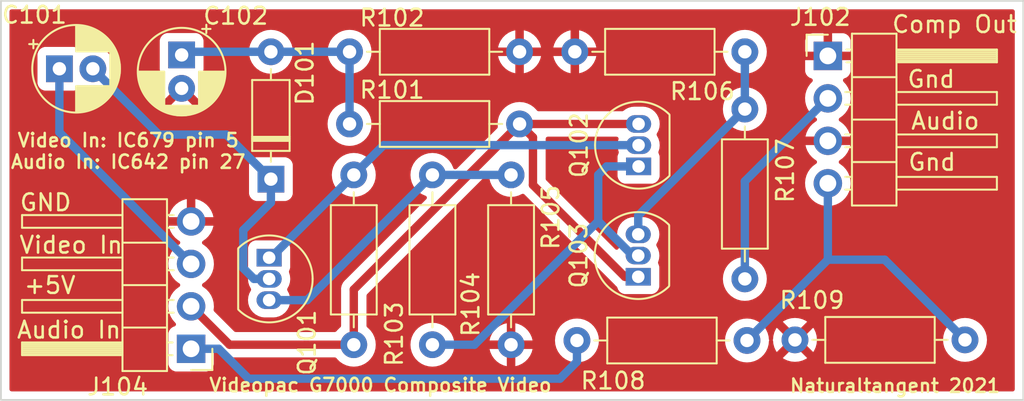
<source format=kicad_pcb>
(kicad_pcb (version 20211014) (generator pcbnew)
  (layers (0 "F.Cu" signal) (31 "B.Cu" mixed) (34 "B.Paste" user) (35 "F.Paste" user) (36 "B.SilkS" user "B.Silkscreen") (37 "F.SilkS" user "F.Silkscreen") (38 "B.Mask" user) (39 "F.Mask" user) (44 "Edge.Cuts" user))
  (net 0 "")
  (net 1 "Net-(C102-Pad1)")
  (net 2 "Net-(Q103-Pad3)")
  (net 3 "Net-(Q102-Pad1)")
  (net 4 "Net-(Q101-Pad3)")
  (net 5 "AUDIO OUTPUT")
  (net 6 "AUDIO INPUT")
  (net 7 "COMPOSITE OUTPUT")
  (net 8 "Net-(C101-Pad2)")
  (net 9 "VIDEO INPUT")
  (net 10 "GND")
  (net 11 "+5V")
  (net 12 "Net-(Q101-Pad1)")
  (footprint "Capacitor_THT:CP_Radial_D5.0mm_P2.00mm" (layer "F.Cu") (at 33.334888 64.389)
    (fp_text reference "C101" (at -1.494888 -3.219 180) (layer "F.SilkS"))
    (fp_text value "1u")
    (fp_line (start -1.804775 -1.475) (end -1.304775 -1.475) (layer "F.SilkS") (width 0.12))
    (fp_line (start 2.961 -1.699) (end 2.961 -1.04) (layer "F.SilkS") (width 0.12))
    (fp_line (start 2.321 1.04) (end 2.321 2.224) (layer "F.SilkS") (width 0.12))
    (fp_line (start 1.52 1.04) (end 1.52 2.528) (layer "F.SilkS") (width 0.12))
    (fp_line (start 2.281 -2.247) (end 2.281 -1.04) (layer "F.SilkS") (width 0.12))
    (fp_line (start 2.841 1.04) (end 2.841 1.826) (layer "F.SilkS") (width 0.12))
    (fp_line (start 1.08 -2.579) (end 1.08 -1.04) (layer "F.SilkS") (width 0.12))
    (fp_line (start 3.521 -0.677) (end 3.521 0.677) (layer "F.SilkS") (width 0.12))
    (fp_line (start 1.28 -2.565) (end 1.28 -1.04) (layer "F.SilkS") (width 0.12))
    (fp_line (start 3.561 -0.518) (end 3.561 0.518) (layer "F.SilkS") (width 0.12))
    (fp_line (start 1.721 -2.48) (end 1.721 -1.04) (layer "F.SilkS") (width 0.12))
    (fp_line (start 1.2 -2.573) (end 1.2 -1.04) (layer "F.SilkS") (width 0.12))
    (fp_line (start 1.801 1.04) (end 1.801 2.455) (layer "F.SilkS") (width 0.12))
    (fp_line (start 2.041 1.04) (end 2.041 2.365) (layer "F.SilkS") (width 0.12))
    (fp_line (start 2.081 1.04) (end 2.081 2.348) (layer "F.SilkS") (width 0.12))
    (fp_line (start 3.041 -1.605) (end 3.041 1.605) (layer "F.SilkS") (width 0.12))
    (fp_line (start 1.68 -2.491) (end 1.68 -1.04) (layer "F.SilkS") (width 0.12))
    (fp_line (start 3.121 -1.5) (end 3.121 1.5) (layer "F.SilkS") (width 0.12))
    (fp_line (start 1.841 -2.442) (end 1.841 -1.04) (layer "F.SilkS") (width 0.12))
    (fp_line (start 1.52 -2.528) (end 1.52 -1.04) (layer "F.SilkS") (width 0.12))
    (fp_line (start 2.441 -2.149) (end 2.441 -1.04) (layer "F.SilkS") (width 0.12))
    (fp_line (start 1.921 -2.414) (end 1.921 -1.04) (layer "F.SilkS") (width 0.12))
    (fp_line (start 2.561 1.04) (end 2.561 2.065) (layer "F.SilkS") (width 0.12))
    (fp_line (start 2.801 1.04) (end 2.801 1.864) (layer "F.SilkS") (width 0.12))
    (fp_line (start 1.24 -2.569) (end 1.24 -1.04) (layer "F.SilkS") (width 0.12))
    (fp_line (start 2.161 -2.31) (end 2.161 -1.04) (layer "F.SilkS") (width 0.12))
    (fp_line (start 2.601 -2.035) (end 2.601 -1.04) (layer "F.SilkS") (width 0.12))
    (fp_line (start 1.961 -2.398) (end 1.961 -1.04) (layer "F.SilkS") (width 0.12))
    (fp_line (start 1.28 1.04) (end 1.28 2.565) (layer "F.SilkS") (width 0.12))
    (fp_line (start 1.32 1.04) (end 1.32 2.561) (layer "F.SilkS") (width 0.12))
    (fp_line (start 2.201 1.04) (end 2.201 2.29) (layer "F.SilkS") (width 0.12))
    (fp_line (start 1.04 1.04) (end 1.04 2.58) (layer "F.SilkS") (width 0.12))
    (fp_line (start 1.36 -2.556) (end 1.36 -1.04) (layer "F.SilkS") (width 0.12))
    (fp_line (start 1.921 1.04) (end 1.921 2.414) (layer "F.SilkS") (width 0.12))
    (fp_line (start 1.16 1.04) (end 1.16 2.576) (layer "F.SilkS") (width 0.12))
    (fp_line (start 1.32 -2.561) (end 1.32 -1.04) (layer "F.SilkS") (width 0.12))
    (fp_line (start 1.24 1.04) (end 1.24 2.569) (layer "F.SilkS") (width 0.12))
    (fp_line (start 2.761 -1.901) (end 2.761 -1.04) (layer "F.SilkS") (width 0.12))
    (fp_line (start 3.201 -1.383) (end 3.201 1.383) (layer "F.SilkS") (width 0.12))
    (fp_line (start 2.641 -2.004) (end 2.641 -1.04) (layer "F.SilkS") (width 0.12))
    (fp_line (start 2.481 1.04) (end 2.481 2.122) (layer "F.SilkS") (width 0.12))
    (fp_line (start 2.361 1.04) (end 2.361 2.2) (layer "F.SilkS") (width 0.12))
    (fp_line (start 1.761 1.04) (end 1.761 2.468) (layer "F.SilkS") (width 0.12))
    (fp_line (start 3.281 -1.251) (end 3.281 1.251) (layer "F.SilkS") (width 0.12))
    (fp_line (start 1.4 1.04) (end 1.4 2.55) (layer "F.SilkS") (width 0.12))
    (fp_line (start 1.56 1.04) (end 1.56 2.52) (layer "F.SilkS") (width 0.12))
    (fp_line (start 1 1.04) (end 1 2.58) (layer "F.SilkS") (width 0.12))
    (fp_line (start 1.48 1.04) (end 1.48 2.536) (layer "F.SilkS") (width 0.12))
    (fp_line (start 2.121 -2.329) (end 2.121 -1.04) (layer "F.SilkS") (width 0.12))
    (fp_line (start 2.001 -2.382) (end 2.001 -1.04) (layer "F.SilkS") (width 0.12))
    (fp_line (start 2.041 -2.365) (end 2.041 -1.04) (layer "F.SilkS") (width 0.12))
    (fp_line (start 1.881 1.04) (end 1.881 2.428) (layer "F.SilkS") (width 0.12))
    (fp_line (start 2.801 -1.864) (end 2.801 -1.04) (layer "F.SilkS") (width 0.12))
    (fp_line (start 3.241 -1.319) (end 3.241 1.319) (layer "F.SilkS") (width 0.12))
    (fp_line (start 2.521 1.04) (end 2.521 2.095) (layer "F.SilkS") (width 0.12))
    (fp_line (start 3.441 -0.915) (end 3.441 0.915) (layer "F.SilkS") (width 0.12))
    (fp_line (start 2.641 1.04) (end 2.641 2.004) (layer "F.SilkS") (width 0.12))
    (fp_line (start 1.881 -2.428) (end 1.881 -1.04) (layer "F.SilkS") (width 0.12))
    (fp_line (start 1.961 1.04) (end 1.961 2.398) (layer "F.SilkS") (width 0.12))
    (fp_line (start 3.481 -0.805) (end 3.481 0.805) (layer "F.SilkS") (width 0.12))
    (fp_line (start 2.881 -1.785) (end 2.881 -1.04) (layer "F.SilkS") (width 0.12))
    (fp_line (start 2.401 1.04) (end 2.401 2.175) (layer "F.SilkS") (width 0.12))
    (fp_line (start 3.361 -1.098) (end 3.361 1.098) (layer "F.SilkS") (width 0.12))
    (fp_line (start 2.721 -1.937) (end 2.721 -1.04) (layer "F.SilkS") (width 0.12))
    (fp_line (start 2.921 -1.743) (end 2.921 -1.04) (layer "F.SilkS") (width 0.12))
    (fp_line (start -1.554775 -1.725) (end -1.554775 -1.225) (layer "F.SilkS") (width 0.12))
    (fp_line (start 3.001 -1.653) (end 3.001 -1.04) (layer "F.SilkS") (width 0.12))
    (fp_line (start 2.881 1.04) (end 2.881 1.785) (layer "F.SilkS") (width 0.12))
    (fp_line (start 1.68 1.04) (end 1.68 2.491) (layer "F.SilkS") (width 0.12))
    (fp_line (start 1.48 -2.536) (end 1.48 -1.04) (layer "F.SilkS") (width 0.12))
    (fp_line (start 1.4 -2.55) (end 1.4 -1.04) (layer "F.SilkS") (width 0.12))
    (fp_line (start 2.481 -2.122) (end 2.481 -1.04) (layer "F.SilkS") (width 0.12))
    (fp_line (start 2.441 1.04) (end 2.441 2.149) (layer "F.SilkS") (width 0.12))
    (fp_line (start 2.561 -2.065) (end 2.561 -1.04) (layer "F.SilkS") (width 0.12))
    (fp_line (start 1 -2.58) (end 1 -1.04) (layer "F.SilkS") (width 0.12))
    (fp_line (start 2.241 -2.268) (end 2.241 -1.04) (layer "F.SilkS") (width 0.12))
    (fp_line (start 1.2 1.04) (end 1.2 2.573) (layer "F.SilkS") (width 0.12))
    (fp_line (start 1.56 -2.52) (end 1.56 -1.04) (layer "F.SilkS") (width 0.12))
    (fp_line (start 3.401 -1.011) (end 3.401 1.011) (layer "F.SilkS") (width 0.12))
    (fp_line (start 1.64 -2.501) (end 1.64 -1.04) (layer "F.SilkS") (width 0.12))
    (fp_line (start 2.281 1.04) (end 2.281 2.247) (layer "F.SilkS") (width 0.12))
    (fp_line (start 2.121 1.04) (end 2.121 2.329) (layer "F.SilkS") (width 0.12))
    (fp_line (start 1.36 1.04) (end 1.36 2.556) (layer "F.SilkS") (width 0.12))
    (fp_line (start 2.601 1.04) (end 2.601 2.035) (layer "F.SilkS") (width 0.12))
    (fp_line (start 1.801 -2.455) (end 1.801 -1.04) (layer "F.SilkS") (width 0.12))
    (fp_line (start 1.6 1.04) (end 1.6 2.511) (layer "F.SilkS") (width 0.12))
    (fp_line (start 2.361 -2.2) (end 2.361 -1.04) (layer "F.SilkS") (width 0.12))
    (fp_line (start 2.681 1.04) (end 2.681 1.971) (layer "F.SilkS") (width 0.12))
    (fp_line (start 2.401 -2.175) (end 2.401 -1.04) (layer "F.SilkS") (width 0.12))
    (fp_line (start 1.12 -2.578) (end 1.12 -1.04) (layer "F.SilkS") (width 0.12))
    (fp_line (start 2.681 -1.971) (end 2.681 -1.04) (layer "F.SilkS") (width 0.12))
    (fp_line (start 2.761 1.04) (end 2.761 1.901) (layer "F.SilkS") (width 0.12))
    (fp_line (start 1.44 1.04) (end 1.44 2.543) (layer "F.SilkS") (width 0.12))
    (fp_line (start 1.761 -2.468) (end 1.761 -1.04) (layer "F.SilkS") (width 0.12))
    (fp_line (start 2.321 -2.224) (end 2.321 -1.04) (layer "F.SilkS") (width 0.12))
    (fp_line (start 3.601 -0.284) (end 3.601 0.284) (layer "F.SilkS") (width 0.12))
    (fp_line (start 1.08 1.04) (end 1.08 2.579) (layer "F.SilkS") (width 0.12))
    (fp_line (start 1.841 1.04) (end 1.841 2.442) (layer "F.SilkS") (width 0.12))
    (fp_line (start 1.44 -2.543) (end 1.44 -1.04) (layer "F.SilkS") (width 0.12))
    (fp_line (start 2.521 -2.095) (end 2.521 -1.04) (layer "F.SilkS") (width 0.12))
    (fp_line (start 1.64 1.04) (end 1.64 2.501) (layer "F.SilkS") (width 0.12))
    (fp_line (start 2.841 -1.826) (end 2.841 -1.04) (layer "F.SilkS") (width 0.12))
    (fp_line (start 2.201 -2.29) (end 2.201 -1.04) (layer "F.SilkS") (width 0.12))
    (fp_line (start 3.321 -1.178) (end 3.321 1.178) (layer "F.SilkS") (width 0.12))
    (fp_line (start 1.12 1.04) (end 1.12 2.578) (layer "F.SilkS") (width 0.12))
    (fp_line (start 3.081 -1.554) (end 3.081 1.554) (layer "F.SilkS") (width 0.12))
    (fp_line (start 2.161 1.04) (end 2.161 2.31) (layer "F.SilkS") (width 0.12))
    (fp_line (start 1.16 -2.576) (end 1.16 -1.04) (layer "F.SilkS") (width 0.12))
    (fp_line (start 1.04 -2.58) (end 1.04 -1.04) (layer "F.SilkS") (width 0.12))
    (fp_line (start 2.961 1.04) (end 2.961 1.699) (layer "F.SilkS") (width 0.12))
    (fp_line (start 2.921 1.04) (end 2.921 1.743) (layer "F.SilkS") (width 0.12))
    (fp_line (start 3.001 1.04) (end 3.001 1.653) (layer "F.SilkS") (width 0.12))
    (fp_line (start 2.241 1.04) (end 2.241 2.268) (layer "F.SilkS") (width 0.12))
    (fp_line (start 2.001 1.04) (end 2.001 2.382) (layer "F.SilkS") (width 0.12))
    (fp_line (start 3.161 -1.443) (end 3.161 1.443) (layer "F.SilkS") (width 0.12))
    (fp_line (start 1.6 -2.511) (end 1.6 -1.04) (layer "F.SilkS") (width 0.12))
    (fp_line (start 2.721 1.04) (end 2.721 1.937) (layer "F.SilkS") (width 0.12))
    (fp_line (start 1.721 1.04) (end 1.721 2.48) (layer "F.SilkS") (width 0.12))
    (fp_line (start 2.081 -2.348) (end 2.081 -1.04) (layer "F.SilkS") (width 0.12))
    (fp_circle (center 1 0) (end 3.62 0) (layer "F.SilkS") (width 0.12) (fill none))
    (pad "1" thru_hole rect locked (at 0 0) (size 1.6 1.6) (drill 0.8) (layers *.Cu *.Mask) (net 9 "VIDEO INPUT"))
    (pad "2" thru_hole circle locked (at 2 0) (size 1.6 1.6) (drill 0.8) (layers *.Cu *.Mask) (net 8 "Net-(C101-Pad2)"))
  )
  (footprint "Resistor_THT:R_Axial_DIN0207_L6.3mm_D2.5mm_P10.16mm_Horizontal" (layer "F.Cu") (at 64.262 80.645)
    (fp_text reference "R108" (at 2.159 2.413) (layer "F.SilkS"))
    (fp_text value "3k3")
    (fp_line (start 8.35 -1.37) (end 1.81 -1.37) (layer "F.SilkS") (width 0.12))
    (fp_line (start 1.04 0) (end 1.81 0) (layer "F.SilkS") (width 0.12))
    (fp_line (start 1.81 -1.37) (end 1.81 1.37) (layer "F.SilkS") (width 0.12))
    (fp_line (start 8.35 1.37) (end 8.35 -1.37) (layer "F.SilkS") (width 0.12))
    (fp_line (start 9.12 0) (end 8.35 0) (layer "F.SilkS") (width 0.12))
    (fp_line (start 1.81 1.37) (end 8.35 1.37) (layer "F.SilkS") (width 0.12))
    (pad "1" thru_hole circle locked (at 0 0) (size 1.6 1.6) (drill 0.8) (layers *.Cu *.Mask) (net 6 "AUDIO INPUT"))
    (pad "2" thru_hole oval locked (at 10.16 0) (size 1.6 1.6) (drill 0.8) (layers *.Cu *.Mask) (net 5 "AUDIO OUTPUT"))
  )
  (footprint "Package_TO_SOT_THT:TO-92_Inline" (layer "F.Cu") (at 67.945 70.231 90)
    (fp_text reference "Q102" (at 1.27 -3.56 90) (layer "F.SilkS"))
    (fp_text value "BC558")
    (fp_line (start -0.53 1.85) (end 3.07 1.85) (layer "F.SilkS") (width 0.12))
    (fp_arc (start 1.27 -2.6) (mid 3.672087 -0.994977) (end 3.108478 1.838478) (layer "F.SilkS") (width 0.12))
    (fp_arc (start -0.568478 1.838478) (mid -1.132087 -0.994977) (end 1.27 -2.6) (layer "F.SilkS") (width 0.12))
    (pad "1" thru_hole rect locked (at 0 0 90) (size 1.05 1.5) (drill 0.75) (layers *.Cu *.Mask) (net 3 "Net-(Q102-Pad1)"))
    (pad "2" thru_hole oval locked (at 1.27 0 90) (size 1.05 1.5) (drill 0.75) (layers *.Cu *.Mask) (net 12 "Net-(Q101-Pad1)"))
    (pad "3" thru_hole oval locked (at 2.54 0 90) (size 1.05 1.5) (drill 0.75) (layers *.Cu *.Mask) (net 11 "+5V"))
  )
  (footprint "Resistor_THT:R_Axial_DIN0207_L6.3mm_D2.5mm_P10.16mm_Horizontal" (layer "F.Cu") (at 60.325 70.739 -90)
    (fp_text reference "R105" (at 2.54 -2.37 90) (layer "F.SilkS"))
    (fp_text value "220")
    (fp_line (start 1.81 1.37) (end 8.35 1.37) (layer "F.SilkS") (width 0.12))
    (fp_line (start 8.35 1.37) (end 8.35 -1.37) (layer "F.SilkS") (width 0.12))
    (fp_line (start 9.12 0) (end 8.35 0) (layer "F.SilkS") (width 0.12))
    (fp_line (start 1.81 -1.37) (end 1.81 1.37) (layer "F.SilkS") (width 0.12))
    (fp_line (start 1.04 0) (end 1.81 0) (layer "F.SilkS") (width 0.12))
    (fp_line (start 8.35 -1.37) (end 1.81 -1.37) (layer "F.SilkS") (width 0.12))
    (pad "1" thru_hole circle locked (at 0 0 270) (size 1.6 1.6) (drill 0.8) (layers *.Cu *.Mask) (net 4 "Net-(Q101-Pad3)"))
    (pad "2" thru_hole oval locked (at 10.16 0 270) (size 1.6 1.6) (drill 0.8) (layers *.Cu *.Mask) (net 10 "GND"))
  )
  (footprint "Resistor_THT:R_Axial_DIN0207_L6.3mm_D2.5mm_P10.16mm_Horizontal" (layer "F.Cu") (at 74.295 66.802 -90)
    (fp_text reference "R107" (at 3.683 -2.413 90) (layer "F.SilkS"))
    (fp_text value "75")
    (fp_line (start 1.81 -1.37) (end 1.81 1.37) (layer "F.SilkS") (width 0.12))
    (fp_line (start 1.81 1.37) (end 8.35 1.37) (layer "F.SilkS") (width 0.12))
    (fp_line (start 8.35 1.37) (end 8.35 -1.37) (layer "F.SilkS") (width 0.12))
    (fp_line (start 9.12 0) (end 8.35 0) (layer "F.SilkS") (width 0.12))
    (fp_line (start 1.04 0) (end 1.81 0) (layer "F.SilkS") (width 0.12))
    (fp_line (start 8.35 -1.37) (end 1.81 -1.37) (layer "F.SilkS") (width 0.12))
    (pad "1" thru_hole circle locked (at 0 0 270) (size 1.6 1.6) (drill 0.8) (layers *.Cu *.Mask) (net 2 "Net-(Q103-Pad3)"))
    (pad "2" thru_hole oval locked (at 10.16 0 270) (size 1.6 1.6) (drill 0.8) (layers *.Cu *.Mask) (net 7 "COMPOSITE OUTPUT"))
  )
  (footprint "Package_TO_SOT_THT:TO-92_Inline" (layer "F.Cu") (at 45.868 75.692 -90)
    (fp_text reference "Q101" (at 5.08 -2.265 90) (layer "F.SilkS"))
    (fp_text value "BC548")
    (fp_line (start -0.53 1.85) (end 3.07 1.85) (layer "F.SilkS") (width 0.12))
    (fp_arc (start 1.27 -2.6) (mid 3.672087 -0.994977) (end 3.108478 1.838478) (layer "F.SilkS") (width 0.12))
    (fp_arc (start -0.568478 1.838478) (mid -1.132087 -0.994977) (end 1.27 -2.6) (layer "F.SilkS") (width 0.12))
    (pad "1" thru_hole rect locked (at 0 0 270) (size 1.05 1.5) (drill 0.75) (layers *.Cu *.Mask) (net 12 "Net-(Q101-Pad1)"))
    (pad "2" thru_hole oval locked (at 1.27 0 270) (size 1.05 1.5) (drill 0.75) (layers *.Cu *.Mask) (net 8 "Net-(C101-Pad2)"))
    (pad "3" thru_hole oval locked (at 2.54 0 270) (size 1.05 1.5) (drill 0.75) (layers *.Cu *.Mask) (net 4 "Net-(Q101-Pad3)"))
  )
  (footprint "Resistor_THT:R_Axial_DIN0207_L6.3mm_D2.5mm_P10.16mm_Horizontal" (layer "F.Cu") (at 50.927 80.899 90)
    (fp_text reference "R103" (at 0.635 2.413 90) (layer "F.SilkS"))
    (fp_text value "270")
    (fp_line (start 1.81 1.37) (end 8.35 1.37) (layer "F.SilkS") (width 0.12))
    (fp_line (start 1.81 -1.37) (end 1.81 1.37) (layer "F.SilkS") (width 0.12))
    (fp_line (start 8.35 -1.37) (end 1.81 -1.37) (layer "F.SilkS") (width 0.12))
    (fp_line (start 1.04 0) (end 1.81 0) (layer "F.SilkS") (width 0.12))
    (fp_line (start 8.35 1.37) (end 8.35 -1.37) (layer "F.SilkS") (width 0.12))
    (fp_line (start 9.12 0) (end 8.35 0) (layer "F.SilkS") (width 0.12))
    (pad "1" thru_hole circle locked (at 0 0 90) (size 1.6 1.6) (drill 0.8) (layers *.Cu *.Mask) (net 11 "+5V"))
    (pad "2" thru_hole oval locked (at 10.16 0 90) (size 1.6 1.6) (drill 0.8) (layers *.Cu *.Mask) (net 12 "Net-(Q101-Pad1)"))
  )
  (footprint "Capacitor_THT:CP_Radial_D5.0mm_P2.00mm" (layer "F.Cu") (at 40.64 63.560888 -90)
    (fp_text reference "C102" (at -2.330888 -3.23 180) (layer "F.SilkS"))
    (fp_text value "10u")
    (fp_line (start 2.681 1.04) (end 2.681 1.971) (layer "F.SilkS") (width 0.12))
    (fp_line (start 3.521 -0.677) (end 3.521 0.677) (layer "F.SilkS") (width 0.12))
    (fp_line (start 3.081 -1.554) (end 3.081 1.554) (layer "F.SilkS") (width 0.12))
    (fp_line (start 2.521 1.04) (end 2.521 2.095) (layer "F.SilkS") (width 0.12))
    (fp_line (start 1.52 1.04) (end 1.52 2.528) (layer "F.SilkS") (width 0.12))
    (fp_line (start 2.401 -2.175) (end 2.401 -1.04) (layer "F.SilkS") (width 0.12))
    (fp_line (start 3.401 -1.011) (end 3.401 1.011) (layer "F.SilkS") (width 0.12))
    (fp_line (start 1.36 -2.556) (end 1.36 -1.04) (layer "F.SilkS") (width 0.12))
    (fp_line (start 1.48 1.04) (end 1.48 2.536) (layer "F.SilkS") (width 0.12))
    (fp_line (start 2.081 -2.348) (end 2.081 -1.04) (layer "F.SilkS") (width 0.12))
    (fp_line (start 1.12 -2.578) (end 1.12 -1.04) (layer "F.SilkS") (width 0.12))
    (fp_line (start 2.481 -2.122) (end 2.481 -1.04) (layer "F.SilkS") (width 0.12))
    (fp_line (start 2.521 -2.095) (end 2.521 -1.04) (layer "F.SilkS") (width 0.12))
    (fp_line (start 1.64 1.04) (end 1.64 2.501) (layer "F.SilkS") (width 0.12))
    (fp_line (start 2.401 1.04) (end 2.401 2.175) (layer "F.SilkS") (width 0.12))
    (fp_line (start 2.001 -2.382) (end 2.001 -1.04) (layer "F.SilkS") (width 0.12))
    (fp_line (start 2.321 1.04) (end 2.321 2.224) (layer "F.SilkS") (width 0.12))
    (fp_line (start 2.641 -2.004) (end 2.641 -1.04) (layer "F.SilkS") (width 0.12))
    (fp_line (start -1.804775 -1.475) (end -1.304775 -1.475) (layer "F.SilkS") (width 0.12))
    (fp_line (start 1.841 1.04) (end 1.841 2.442) (layer "F.SilkS") (width 0.12))
    (fp_line (start 1.48 -2.536) (end 1.48 -1.04) (layer "F.SilkS") (width 0.12))
    (fp_line (start 3.481 -0.805) (end 3.481 0.805) (layer "F.SilkS") (width 0.12))
    (fp_line (start 2.841 1.04) (end 2.841 1.826) (layer "F.SilkS") (width 0.12))
    (fp_line (start 3.441 -0.915) (end 3.441 0.915) (layer "F.SilkS") (width 0.12))
    (fp_line (start 2.041 -2.365) (end 2.041 -1.04) (layer "F.SilkS") (width 0.12))
    (fp_line (start 1.6 1.04) (end 1.6 2.511) (layer "F.SilkS") (width 0.12))
    (fp_line (start 2.481 1.04) (end 2.481 2.122) (layer "F.SilkS") (width 0.12))
    (fp_line (start 2.441 -2.149) (end 2.441 -1.04) (layer "F.SilkS") (width 0.12))
    (fp_line (start 1.08 -2.579) (end 1.08 -1.04) (layer "F.SilkS") (width 0.12))
    (fp_line (start 1.04 1.04) (end 1.04 2.58) (layer "F.SilkS") (width 0.12))
    (fp_line (start 2.961 -1.699) (end 2.961 -1.04) (layer "F.SilkS") (width 0.12))
    (fp_line (start 2.161 1.04) (end 2.161 2.31) (layer "F.SilkS") (width 0.12))
    (fp_line (start 1.721 -2.48) (end 1.721 -1.04) (layer "F.SilkS") (width 0.12))
    (fp_line (start 1.16 -2.576) (end 1.16 -1.04) (layer "F.SilkS") (width 0.12))
    (fp_line (start 2.361 1.04) (end 2.361 2.2) (layer "F.SilkS") (width 0.12))
    (fp_line (start 1.16 1.04) (end 1.16 2.576) (layer "F.SilkS") (width 0.12))
    (fp_line (start 3.041 -1.605) (end 3.041 1.605) (layer "F.SilkS") (width 0.12))
    (fp_line (start 1.56 -2.52) (end 1.56 -1.04) (layer "F.SilkS") (width 0.12))
    (fp_line (start 2.921 1.04) (end 2.921 1.743) (layer "F.SilkS") (width 0.12))
    (fp_line (start 2.561 -2.065) (end 2.561 -1.04) (layer "F.SilkS") (width 0.12))
    (fp_line (start 1.44 1.04) (end 1.44 2.543) (layer "F.SilkS") (width 0.12))
    (fp_line (start 1.68 -2.491) (end 1.68 -1.04) (layer "F.SilkS") (width 0.12))
    (fp_line (start 2.801 1.04) (end 2.801 1.864) (layer "F.SilkS") (width 0.12))
    (fp_line (start 1.24 1.04) (end 1.24 2.569) (layer "F.SilkS") (width 0.12))
    (fp_line (start 3.321 -1.178) (end 3.321 1.178) (layer "F.SilkS") (width 0.12))
    (fp_line (start 1.881 -2.428) (end 1.881 -1.04) (layer "F.SilkS") (width 0.12))
    (fp_line (start 1.841 -2.442) (end 1.841 -1.04) (layer "F.SilkS") (width 0.12))
    (fp_line (start 2.601 1.04) (end 2.601 2.035) (layer "F.SilkS") (width 0.12))
    (fp_line (start 3.361 -1.098) (end 3.361 1.098) (layer "F.SilkS") (width 0.12))
    (fp_line (start 2.201 1.04) (end 2.201 2.29) (layer "F.SilkS") (width 0.12))
    (fp_line (start 2.161 -2.31) (end 2.161 -1.04) (layer "F.SilkS") (width 0.12))
    (fp_line (start 1.36 1.04) (end 1.36 2.556) (layer "F.SilkS") (width 0.12))
    (fp_line (start 2.801 -1.864) (end 2.801 -1.04) (layer "F.SilkS") (width 0.12))
    (fp_line (start 2.321 -2.224) (end 2.321 -1.04) (layer "F.SilkS") (width 0.12))
    (fp_line (start 2.641 1.04) (end 2.641 2.004) (layer "F.SilkS") (width 0.12))
    (fp_line (start 2.721 1.04) (end 2.721 1.937) (layer "F.SilkS") (width 0.12))
    (fp_line (start 1.761 1.04) (end 1.761 2.468) (layer "F.SilkS") (width 0.12))
    (fp_line (start 1.721 1.04) (end 1.721 2.48) (layer "F.SilkS") (width 0.12))
    (fp_line (start 1.32 1.04) (end 1.32 2.561) (layer "F.SilkS") (width 0.12))
    (fp_line (start 1.921 1.04) (end 1.921 2.414) (layer "F.SilkS") (width 0.12))
    (fp_line (start 2.681 -1.971) (end 2.681 -1.04) (layer "F.SilkS") (width 0.12))
    (fp_line (start 1 -2.58) (end 1 -1.04) (layer "F.SilkS") (width 0.12))
    (fp_line (start 2.281 1.04) (end 2.281 2.247) (layer "F.SilkS") (width 0.12))
    (fp_line (start 1.2 -2.573) (end 1.2 -1.04) (layer "F.SilkS") (width 0.12))
    (fp_line (start 1.801 -2.455) (end 1.801 -1.04) (layer "F.SilkS") (width 0.12))
    (fp_line (start 2.241 1.04) (end 2.241 2.268) (layer "F.SilkS") (width 0.12))
    (fp_line (start 2.201 -2.29) (end 2.201 -1.04) (layer "F.SilkS") (width 0.12))
    (fp_line (start 1.68 1.04) (end 1.68 2.491) (layer "F.SilkS") (width 0.12))
    (fp_line (start 1.2 1.04) (end 1.2 2.573) (layer "F.SilkS") (width 0.12))
    (fp_line (start 1.761 -2.468) (end 1.761 -1.04) (layer "F.SilkS") (width 0.12))
    (fp_line (start 3.001 1.04) (end 3.001 1.653) (layer "F.SilkS") (width 0.12))
    (fp_line (start 3.201 -1.383) (end 3.201 1.383) (layer "F.SilkS") (width 0.12))
    (fp_line (start 1.921 -2.414) (end 1.921 -1.04) (layer "F.SilkS") (width 0.12))
    (fp_line (start 3.001 -1.653) (end 3.001 -1.04) (layer "F.SilkS") (width 0.12))
    (fp_line (start 3.241 -1.319) (end 3.241 1.319) (layer "F.SilkS") (width 0.12))
    (fp_line (start 1.24 -2.569) (end 1.24 -1.04) (layer "F.SilkS") (width 0.12))
    (fp_line (start 2.561 1.04) (end 2.561 2.065) (layer "F.SilkS") (width 0.12))
    (fp_line (start -1.554775 -1.725) (end -1.554775 -1.225) (layer "F.SilkS") (width 0.12))
    (fp_line (start 1.08 1.04) (end 1.08 2.579) (layer "F.SilkS") (width 0.12))
    (fp_line (start 2.721 -1.937) (end 2.721 -1.04) (layer "F.SilkS") (width 0.12))
    (fp_line (start 1.44 -2.543) (end 1.44 -1.04) (layer "F.SilkS") (width 0.12))
    (fp_line (start 2.081 1.04) (end 2.081 2.348) (layer "F.SilkS") (width 0.12))
    (fp_line (start 2.241 -2.268) (end 2.241 -1.04) (layer "F.SilkS") (width 0.12))
    (fp_line (start 2.881 -1.785) (end 2.881 -1.04) (layer "F.SilkS") (width 0.12))
    (fp_line (start 2.121 -2.329) (end 2.121 -1.04) (layer "F.SilkS") (width 0.12))
    (fp_line (start 2.041 1.04) (end 2.041 2.365) (layer "F.SilkS") (width 0.12))
    (fp_line (start 1.4 1.04) (end 1.4 2.55) (layer "F.SilkS") (width 0.12))
    (fp_line (start 2.001 1.04) (end 2.001 2.382) (layer "F.SilkS") (width 0.12))
    (fp_line (start 2.601 -2.035) (end 2.601 -1.04) (layer "F.SilkS") (width 0.12))
    (fp_line (start 2.841 -1.826) (end 2.841 -1.04) (layer "F.SilkS") (width 0.12))
    (fp_line (start 2.961 1.04) (end 2.961 1.699) (layer "F.SilkS") (width 0.12))
    (fp_line (start 1.28 1.04) (end 1.28 2.565) (layer "F.SilkS") (width 0.12))
    (fp_line (start 3.601 -0.284) (end 3.601 0.284) (layer "F.SilkS") (width 0.12))
    (fp_line (start 1.881 1.04) (end 1.881 2.428) (layer "F.SilkS") (width 0.12))
    (fp_line (start 2.441 1.04) (end 2.441 2.149) (layer "F.SilkS") (width 0.12))
    (fp_line (start 2.281 -2.247) (end 2.281 -1.04) (layer "F.SilkS") (width 0.12))
    (fp_line (start 1.6 -2.511) (end 1.6 -1.04) (layer "F.SilkS") (width 0.12))
    (fp_line (start 1.56 1.04) (end 1.56 2.52) (layer "F.SilkS") (width 0.12))
    (fp_line (start 3.161 -1.443) (end 3.161 1.443) (layer "F.SilkS") (width 0.12))
    (fp_line (start 2.761 1.04) (end 2.761 1.901) (layer "F.SilkS") (width 0.12))
    (fp_line (start 2.881 1.04) (end 2.881 1.785) (layer "F.SilkS") (width 0.12))
    (fp_line (start 1.28 -2.565) (end 1.28 -1.04) (layer "F.SilkS") (width 0.12))
    (fp_line (start 2.361 -2.2) (end 2.361 -1.04) (layer "F.SilkS") (width 0.12))
    (fp_line (start 1.52 -2.528) (end 1.52 -1.04) (layer "F.SilkS") (width 0.12))
    (fp_line (start 3.121 -1.5) (end 3.121 1.5) (layer "F.SilkS") (width 0.12))
    (fp_line (start 1.32 -2.561) (end 1.32 -1.04) (layer "F.SilkS") (width 0.12))
    (fp_line (start 3.281 -1.251) (end 3.281 1.251) (layer "F.SilkS") (width 0.12))
    (fp_line (start 1.12 1.04) (end 1.12 2.578) (layer "F.SilkS") (width 0.12))
    (fp_line (start 1.04 -2.58) (end 1.04 -1.04) (layer "F.SilkS") (width 0.12))
    (fp_line (start 1.64 -2.501) (end 1.64 -1.04) (layer "F.SilkS") (width 0.12))
    (fp_line (start 3.561 -0.518) (end 3.561 0.518) (layer "F.SilkS") (width 0.12))
    (fp_line (start 1 1.04) (end 1 2.58) (layer "F.SilkS") (width 0.12))
    (fp_line (start 1.961 -2.398) (end 1.961 -1.04) (layer "F.SilkS") (width 0.12))
    (fp_line (start 2.761 -1.901) (end 2.761 -1.04) (layer "F.SilkS") (width 0.12))
    (fp_line (start 2.121 1.04) (end 2.121 2.329) (layer "F.SilkS") (width 0.12))
    (fp_line (start 1.4 -2.55) (end 1.4 -1.04) (layer "F.SilkS") (width 0.12))
    (fp_line (start 1.801 1.04) (end 1.801 2.455) (layer "F.SilkS") (width 0.12))
    (fp_line (start 1.961 1.04) (end 1.961 2.398) (layer "F.SilkS") (width 0.12))
    (fp_line (start 2.921 -1.743) (end 2.921 -1.04) (layer "F.SilkS") (width 0.12))
    (fp_circle (center 1 0) (end 3.62 0) (layer "F.SilkS") (width 0.12) (fill none))
    (pad "1" thru_hole rect locked (at 0 0 270) (size 1.6 1.6) (drill 0.8) (layers *.Cu *.Mask) (net 1 "Net-(C102-Pad1)"))
    (pad "2" thru_hole circle locked (at 2 0 270) (size 1.6 1.6) (drill 0.8) (layers *.Cu *.Mask) (net 10 "GND"))
  )
  (footprint "Resistor_THT:R_Axial_DIN0207_L6.3mm_D2.5mm_P10.16mm_Horizontal" (layer "F.Cu") (at 50.673 63.373)
    (fp_text reference "R102" (at 2.54 -2.032) (layer "F.SilkS"))
    (fp_text value "3k9")
    (fp_line (start 9.12 0) (end 8.35 0) (layer "F.SilkS") (width 0.12))
    (fp_line (start 8.35 1.37) (end 8.35 -1.37) (layer "F.SilkS") (width 0.12))
    (fp_line (start 1.81 -1.37) (end 1.81 1.37) (layer "F.SilkS") (width 0.12))
    (fp_line (start 1.81 1.37) (end 8.35 1.37) (layer "F.SilkS") (width 0.12))
    (fp_line (start 8.35 -1.37) (end 1.81 -1.37) (layer "F.SilkS") (width 0.12))
    (fp_line (start 1.04 0) (end 1.81 0) (layer "F.SilkS") (width 0.12))
    (pad "1" thru_hole circle locked (at 0 0) (size 1.6 1.6) (drill 0.8) (layers *.Cu *.Mask) (net 1 "Net-(C102-Pad1)"))
    (pad "2" thru_hole oval locked (at 10.16 0) (size 1.6 1.6) (drill 0.8) (layers *.Cu *.Mask) (net 10 "GND"))
  )
  (footprint "Resistor_THT:R_Axial_DIN0207_L6.3mm_D2.5mm_P10.16mm_Horizontal" (layer "F.Cu") (at 55.626 80.899 90)
    (fp_text reference "R104" (at 2.413 2.286 90) (layer "F.SilkS"))
    (fp_text value "470")
    (fp_line (start 1.81 -1.37) (end 1.81 1.37) (layer "F.SilkS") (width 0.12))
    (fp_line (start 8.35 -1.37) (end 1.81 -1.37) (layer "F.SilkS") (width 0.12))
    (fp_line (start 1.04 0) (end 1.81 0) (layer "F.SilkS") (width 0.12))
    (fp_line (start 1.81 1.37) (end 8.35 1.37) (layer "F.SilkS") (width 0.12))
    (fp_line (start 9.12 0) (end 8.35 0) (layer "F.SilkS") (width 0.12))
    (fp_line (start 8.35 1.37) (end 8.35 -1.37) (layer "F.SilkS") (width 0.12))
    (pad "1" thru_hole circle locked (at 0 0 90) (size 1.6 1.6) (drill 0.8) (layers *.Cu *.Mask) (net 3 "Net-(Q102-Pad1)"))
    (pad "2" thru_hole oval locked (at 10.16 0 90) (size 1.6 1.6) (drill 0.8) (layers *.Cu *.Mask) (net 4 "Net-(Q101-Pad3)"))
  )
  (footprint "Resistor_THT:R_Axial_DIN0207_L6.3mm_D2.5mm_P10.16mm_Horizontal" (layer "F.Cu") (at 74.295 63.373 180)
    (fp_text reference "R106" (at 2.54 -2.37) (layer "F.SilkS"))
    (fp_text value "1k")
    (fp_line (start 1.04 0) (end 1.81 0) (layer "F.SilkS") (width 0.12))
    (fp_line (start 8.35 -1.37) (end 1.81 -1.37) (layer "F.SilkS") (width 0.12))
    (fp_line (start 8.35 1.37) (end 8.35 -1.37) (layer "F.SilkS") (width 0.12))
    (fp_line (start 1.81 -1.37) (end 1.81 1.37) (layer "F.SilkS") (width 0.12))
    (fp_line (start 1.81 1.37) (end 8.35 1.37) (layer "F.SilkS") (width 0.12))
    (fp_line (start 9.12 0) (end 8.35 0) (layer "F.SilkS") (width 0.12))
    (pad "1" thru_hole circle locked (at 0 0 180) (size 1.6 1.6) (drill 0.8) (layers *.Cu *.Mask) (net 2 "Net-(Q103-Pad3)"))
    (pad "2" thru_hole oval locked (at 10.16 0 180) (size 1.6 1.6) (drill 0.8) (layers *.Cu *.Mask) (net 10 "GND"))
  )
  (footprint "Package_TO_SOT_THT:TO-92_Inline" (layer "F.Cu") (at 67.924 76.835 90)
    (fp_text reference "Q103" (at 1.27 -3.56 90) (layer "F.SilkS"))
    (fp_text value "BC548")
    (fp_line (start -0.53 1.85) (end 3.07 1.85) (layer "F.SilkS") (width 0.12))
    (fp_arc (start -0.568478 1.838478) (mid -1.132087 -0.994977) (end 1.27 -2.6) (layer "F.SilkS") (width 0.12))
    (fp_arc (start 1.27 -2.6) (mid 3.672087 -0.994977) (end 3.108478 1.838478) (layer "F.SilkS") (width 0.12))
    (pad "1" thru_hole rect locked (at 0 0 90) (size 1.05 1.5) (drill 0.75) (layers *.Cu *.Mask) (net 11 "+5V"))
    (pad "2" thru_hole oval locked (at 1.27 0 90) (size 1.05 1.5) (drill 0.75) (layers *.Cu *.Mask) (net 3 "Net-(Q102-Pad1)"))
    (pad "3" thru_hole oval locked (at 2.54 0 90) (size 1.05 1.5) (drill 0.75) (layers *.Cu *.Mask) (net 2 "Net-(Q103-Pad3)"))
  )
  (footprint "Diode_THT:D_DO-35_SOD27_P7.62mm_Horizontal" (layer "F.Cu") (at 45.974 70.993 90)
    (fp_text reference "D101" (at 6.35 2.032 90) (layer "F.SilkS"))
    (fp_text value "1N4148")
    (fp_line (start 6.58 0) (end 5.93 0) (layer "F.SilkS") (width 0.12))
    (fp_line (start 1.69 1.12) (end 5.93 1.12) (layer "F.SilkS") (width 0.12))
    (fp_line (start 1.69 -1.12) (end 1.69 1.12) (layer "F.SilkS") (width 0.12))
    (fp_line (start 2.53 -1.12) (end 2.53 1.12) (layer "F.SilkS") (width 0.12))
    (fp_line (start 5.93 -1.12) (end 1.69 -1.12) (layer "F.SilkS") (width 0.12))
    (fp_line (start 2.41 -1.12) (end 2.41 1.12) (layer "F.SilkS") (width 0.12))
    (fp_line (start 1.04 0) (end 1.69 0) (layer "F.SilkS") (width 0.12))
    (fp_line (start 2.29 -1.12) (end 2.29 1.12) (layer "F.SilkS") (width 0.12))
    (fp_line (start 5.93 1.12) (end 5.93 -1.12) (layer "F.SilkS") (width 0.12))
    (pad "1" thru_hole rect locked (at 0 0 90) (size 1.6 1.6) (drill 0.8) (layers *.Cu *.Mask) (net 8 "Net-(C101-Pad2)"))
    (pad "2" thru_hole oval locked (at 7.62 0 90) (size 1.6 1.6) (drill 0.8) (layers *.Cu *.Mask) (net 1 "Net-(C102-Pad1)"))
  )
  (footprint "Resistor_THT:R_Axial_DIN0207_L6.3mm_D2.5mm_P10.16mm_Horizontal" (layer "F.Cu") (at 77.29 80.61)
    (fp_text reference "R109" (at 1.016 -2.37) (layer "F.SilkS"))
    (fp_text value "1k2")
    (fp_line (start 9.12 0) (end 8.35 0) (layer "F.SilkS") (width 0.12))
    (fp_line (start 8.35 1.37) (end 8.35 -1.37) (layer "F.SilkS") (width 0.12))
    (fp_line (start 1.04 0) (end 1.81 0) (layer "F.SilkS") (width 0.12))
    (fp_line (start 1.81 1.37) (end 8.35 1.37) (layer "F.SilkS") (width 0.12))
    (fp_line (start 8.35 -1.37) (end 1.81 -1.37) (layer "F.SilkS") (width 0.12))
    (fp_line (start 1.81 -1.37) (end 1.81 1.37) (layer "F.SilkS") (width 0.12))
    (pad "1" thru_hole circle locked (at 0 0) (size 1.6 1.6) (drill 0.8) (layers *.Cu *.Mask) (net 10 "GND"))
    (pad "2" thru_hole oval locked (at 10.16 0) (size 1.6 1.6) (drill 0.8) (layers *.Cu *.Mask) (net 5 "AUDIO OUTPUT"))
  )
  (footprint "Resistor_THT:R_Axial_DIN0207_L6.3mm_D2.5mm_P10.16mm_Horizontal" (layer "F.Cu") (at 60.833 67.691 180)
    (fp_text reference "R101" (at 7.62 2.032) (layer "F.SilkS"))
    (fp_text value "5k6")
    (fp_line (start 8.35 1.37) (end 8.35 -1.37) (layer "F.SilkS") (width 0.12))
    (fp_line (start 1.81 1.37) (end 8.35 1.37) (layer "F.SilkS") (width 0.12))
    (fp_line (start 1.04 0) (end 1.81 0) (layer "F.SilkS") (width 0.12))
    (fp_line (start 8.35 -1.37) (end 1.81 -1.37) (layer "F.SilkS") (width 0.12))
    (fp_line (start 1.81 -1.37) (end 1.81 1.37) (layer "F.SilkS") (width 0.12))
    (fp_line (start 9.12 0) (end 8.35 0) (layer "F.SilkS") (width 0.12))
    (pad "1" thru_hole circle locked (at 0 0 180) (size 1.6 1.6) (drill 0.8) (layers *.Cu *.Mask) (net 11 "+5V"))
    (pad "2" thru_hole oval locked (at 10.16 0 180) (size 1.6 1.6) (drill 0.8) (layers *.Cu *.Mask) (net 1 "Net-(C102-Pad1)"))
  )
  (footprint "Connector_PinHeader_2.54mm:PinHeader_1x04_P2.54mm_Horizontal" (layer "F.Cu") (at 79.255 63.62)
    (fp_text reference "J102" (at -0.455 -2.32) (layer "F.SilkS"))
    (fp_text value "Conn_01x04")
    (fp_line (start -1.27 -1.27) (end 0 -1.27) (layer "F.SilkS") (width 0.12))
    (fp_line (start 10.1 5.46) (end 4.1 5.46) (layer "F.SilkS") (width 0.12))
    (fp_line (start 1.042929 5.46) (end 1.44 5.46) (layer "F.SilkS") (width 0.12))
    (fp_line (start 1.11 0.38) (end 1.44 0.38) (layer "F.SilkS") (width 0.12))
    (fp_line (start 10.1 0.38) (end 4.1 0.38) (layer "F.SilkS") (width 0.12))
    (fp_line (start 10.1 4.7) (end 10.1 5.46) (layer "F.SilkS") (width 0.12))
    (fp_line (start 1.042929 2.92) (end 1.44 2.92) (layer "F.SilkS") (width 0.12))
    (fp_line (start 4.1 -0.2) (end 10.1 -0.2) (layer "F.SilkS") (width 0.12))
    (fp_line (start 4.1 4.7) (end 10.1 4.7) (layer "F.SilkS") (width 0.12))
    (fp_line (start 1.44 6.35) (end 4.1 6.35) (layer "F.SilkS") (width 0.12))
    (fp_line (start 1.042929 8) (end 1.44 8) (layer "F.SilkS") (width 0.12))
    (fp_line (start 10.1 2.16) (end 10.1 2.92) (layer "F.SilkS") (width 0.12))
    (fp_line (start 4.1 0.16) (end 10.1 0.16) (layer "F.SilkS") (width 0.12))
    (fp_line (start 10.1 7.24) (end 10.1 8) (layer "F.SilkS") (width 0.12))
    (fp_line (start 4.1 -0.32) (end 10.1 -0.32) (layer "F.SilkS") (width 0.12))
    (fp_line (start 1.44 3.81) (end 4.1 3.81) (layer "F.SilkS") (width 0.12))
    (fp_line (start 4.1 7.24) (end 10.1 7.24) (layer "F.SilkS") (width 0.12))
    (fp_line (start 1.042929 4.7) (end 1.44 4.7) (layer "F.SilkS") (width 0.12))
    (fp_line (start 10.1 8) (end 4.1 8) (layer "F.SilkS") (width 0.12))
    (fp_line (start 1.11 -0.38) (end 1.44 -0.38) (layer "F.SilkS") (width 0.12))
    (fp_line (start 1.44 8.95) (end 4.1 8.95) (layer "F.SilkS") (width 0.12))
    (fp_line (start 4.1 0.28) (end 10.1 0.28) (layer "F.SilkS") (width 0.12))
    (fp_line (start 1.042929 7.24) (end 1.44 7.24) (layer "F.SilkS") (width 0.12))
    (fp_line (start 4.1 2.16) (end 10.1 2.16) (layer "F.SilkS") (width 0.12))
    (fp_line (start 10.1 -0.38) (end 10.1 0.38) (layer "F.SilkS") (width 0.12))
    (fp_line (start -1.27 0) (end -1.27 -1.27) (layer "F.SilkS") (width 0.12))
    (fp_line (start 4.1 -1.33) (end 1.44 -1.33) (layer "F.SilkS") (width 0.12))
    (fp_line (start 1.042929 2.16) (end 1.44 2.16) (layer "F.SilkS") (width 0.12))
    (fp_line (start 1.44 1.27) (end 4.1 1.27) (layer "F.SilkS") (width 0.12))
    (fp_line (start 4.1 0.04) (end 10.1 0.04) (layer "F.SilkS") (width 0.12))
    (fp_line (start 4.1 -0.38) (end 10.1 -0.38) (layer "F.SilkS") (width 0.12))
    (fp_line (start 1.44 -1.33) (end 1.44 8.95) (layer "F.SilkS") (width 0.12))
    (fp_line (start 4.1 -0.08) (end 10.1 -0.08) (layer "F.SilkS") (width 0.12))
    (fp_line (start 4.1 8.95) (end 4.1 -1.33) (layer "F.SilkS") (width 0.12))
    (fp_line (start 10.1 2.92) (end 4.1 2.92) (layer "F.SilkS") (width 0.12))
    (pad "1" thru_hole rect locked (at 0 0) (size 1.7 1.7) (drill 1) (layers *.Cu *.Mask) (net 10 "GND"))
    (pad "2" thru_hole oval locked (at 0 2.54) (size 1.7 1.7) (drill 1) (layers *.Cu *.Mask) (net 7 "COMPOSITE OUTPUT"))
    (pad "3" thru_hole oval locked (at 0 5.08) (size 1.7 1.7) (drill 1) (layers *.Cu *.Mask) (net 10 "GND"))
    (pad "4" thru_hole oval locked (at 0 7.62) (size 1.7 1.7) (drill 1) (layers *.Cu *.Mask) (net 5 "AUDIO OUTPUT"))
  )
  (footprint "Connector_PinHeader_2.54mm:PinHeader_1x04_P2.54mm_Horizontal" (layer "F.Cu") (at 41.205 81.143 180)
    (fp_text reference "J104" (at 4.385 -2.27 180) (layer "F.SilkS"))
    (fp_text value "Composite Input")
    (fp_line (start 4.1 0.28) (end 10.1 0.28) (layer "F.SilkS") (width 0.12))
    (fp_line (start 10.1 -0.38) (end 10.1 0.38) (layer "F.SilkS") (width 0.12))
    (fp_line (start 1.042929 2.16) (end 1.44 2.16) (layer "F.SilkS") (width 0.12))
    (fp_line (start 1.11 0.38) (end 1.44 0.38) (layer "F.SilkS") (width 0.12))
    (fp_line (start 4.1 0.04) (end 10.1 0.04) (layer "F.SilkS") (width 0.12))
    (fp_line (start 10.1 2.92) (end 4.1 2.92) (layer "F.SilkS") (width 0.12))
    (fp_line (start 4.1 -1.33) (end 1.44 -1.33) (layer "F.SilkS") (width 0.12))
    (fp_line (start 4.1 -0.2) (end 10.1 -0.2) (layer "F.SilkS") (width 0.12))
    (fp_line (start 10.1 2.16) (end 10.1 2.92) (layer "F.SilkS") (width 0.12))
    (fp_line (start 1.042929 7.24) (end 1.44 7.24) (layer "F.SilkS") (width 0.12))
    (fp_line (start 4.1 -0.08) (end 10.1 -0.08) (layer "F.SilkS") (width 0.12))
    (fp_line (start 1.44 6.35) (end 4.1 6.35) (layer "F.SilkS") (width 0.12))
    (fp_line (start 1.44 -1.33) (end 1.44 8.95) (layer "F.SilkS") (width 0.12))
    (fp_line (start 1.44 3.81) (end 4.1 3.81) (layer "F.SilkS") (width 0.12))
    (fp_line (start 1.042929 8) (end 1.44 8) (layer "F.SilkS") (width 0.12))
    (fp_line (start 1.042929 5.46) (end 1.44 5.46) (layer "F.SilkS") (width 0.12))
    (fp_line (start 4.1 0.16) (end 10.1 0.16) (layer "F.SilkS") (width 0.12))
    (fp_line (start 10.1 8) (end 4.1 8) (layer "F.SilkS") (width 0.12))
    (fp_line (start 1.11 -0.38) (end 1.44 -0.38) (layer "F.SilkS") (width 0.12))
    (fp_line (start -1.27 0) (end -1.27 -1.27) (layer "F.SilkS") (width 0.12))
    (fp_line (start 1.44 8.95) (end 4.1 8.95) (layer "F.SilkS") (width 0.12))
    (fp_line (start 4.1 -0.32) (end 10.1 -0.32) (layer "F.SilkS") (width 0.12))
    (fp_line (start -1.27 -1.27) (end 0 -1.27) (layer "F.SilkS") (width 0.12))
    (fp_line (start 4.1 8.95) (end 4.1 -1.33) (layer "F.SilkS") (width 0.12))
    (fp_line (start 4.1 2.16) (end 10.1 2.16) (layer "F.SilkS") (width 0.12))
    (fp_line (start 10.1 7.24) (end 10.1 8) (layer "F.SilkS") (width 0.12))
    (fp_line (start 1.042929 4.7) (end 1.44 4.7) (layer "F.SilkS") (width 0.12))
    (fp_line (start 4.1 7.24) (end 10.1 7.24) (layer "F.SilkS") (width 0.12))
    (fp_line (start 10.1 0.38) (end 4.1 0.38) (layer "F.SilkS") (width 0.12))
    (fp_line (start 10.1 5.46) (end 4.1 5.46) (layer "F.SilkS") (width 0.12))
    (fp_line (start 4.1 4.7) (end 10.1 4.7) (layer "F.SilkS") (width 0.12))
    (fp_line (start 1.042929 2.92) (end 1.44 2.92) (layer "F.SilkS") (width 0.12))
    (fp_line (start 1.44 1.27) (end 4.1 1.27) (layer "F.SilkS") (width 0.12))
    (fp_line (start 4.1 -0.38) (end 10.1 -0.38) (layer "F.SilkS") (width 0.12))
    (fp_line (start 10.1 4.7) (end 10.1 5.46) (layer "F.SilkS") (width 0.12))
    (pad "1" thru_hole rect locked (at 0 0 180) (size 1.7 1.7) (drill 1) (layers *.Cu *.Mask) (net 6 "AUDIO INPUT"))
    (pad "2" thru_hole oval locked (at 0 2.54 180) (size 1.7 1.7) (drill 1) (layers *.Cu *.Mask) (net 11 "+5V"))
    (pad "3" thru_hole oval locked (at 0 5.08 180) (size 1.7 1.7) (drill 1) (layers *.Cu *.Mask) (net 9 "VIDEO INPUT"))
    (pad "4" thru_hole oval locked (at 0 7.62 180) (size 1.7 1.7) (drill 1) (layers *.Cu *.Mask) (net 10 "GND"))
  )
  (gr_rect (start 90.932 60.325) (end 29.845 84.201) (layer "Edge.Cuts") (width 0.1) (fill none))
  (gr_text "Video In" (at 34.036 74.93) (layer "F.SilkS") (effects (font (size 1 1))))
  (gr_text "Audio In" (at 33.909 80.01) (layer "F.SilkS") (effects (font (size 1 1))))
  (gr_text "Gnd" (at 85.48 69.97) (layer "F.SilkS") (effects (font (size 1 1))))
  (gr_text "Gnd" (at 85.43 65.01) (layer "F.SilkS") (effects (font (size 1 1))))
  (gr_text "Videopac G7000 Composite Video" (at 52.52 83.32) (layer "F.SilkS") (effects (font (size 0.8 0.8))))
  (gr_text "Audio" (at 86.27 67.51) (layer "F.SilkS") (effects (font (size 1 1))))
  (gr_text "Video In: IC679 pin 5\nAudio In: IC642 pin 27" (at 37.45 69.31) (layer "F.SilkS") (effects (font (size 0.8 0.8))))
  (gr_text "Comp Out" (at 86.82 61.73) (layer "F.SilkS") (effects (font (size 1 1))))
  (gr_text "Naturaltangent 2021" (at 83.27 83.36) (layer "F.SilkS") (effects (font (size 0.8 0.8))))
  (gr_text "+5V" (at 32.766 77.343) (layer "F.SilkS") (effects (font (size 1 1))))
  (gr_text "GND" (at 32.512 72.39) (layer "F.SilkS") (effects (font (size 1 1))))
  (segment (start 50.673 63.373) (end 50.673 67.691) (width 0.5) (layer "B.Cu") (net 1))
  (segment (start 45.974 63.373) (end 40.827888 63.373) (width 0.5) (layer "B.Cu") (net 1))
  (segment (start 40.827888 63.373) (end 40.64 63.560888) (width 0.5) (layer "B.Cu") (net 1))
  (segment (start 50.673 63.373) (end 45.974 63.373) (width 0.5) (layer "B.Cu") (net 1))
  (segment (start 67.924 73.173) (end 74.295 66.802) (width 0.5) (layer "B.Cu") (net 2))
  (segment (start 67.924 74.295) (end 67.924 73.173) (width 0.5) (layer "B.Cu") (net 2))
  (segment (start 74.295 66.802) (end 74.295 63.373) (width 0.5) (layer "B.Cu") (net 2))
  (segment (start 67.590821 75.565) (end 65.532 73.506179) (width 0.5) (layer "B.Cu") (net 3))
  (segment (start 65.532 70.739) (end 66.04 70.231) (width 0.5) (layer "B.Cu") (net 3))
  (segment (start 55.626 80.899) (end 58.139179 80.899) (width 0.5) (layer "B.Cu") (net 3))
  (segment (start 58.139179 80.899) (end 65.532 73.506179) (width 0.5) (layer "B.Cu") (net 3))
  (segment (start 66.04 70.231) (end 67.945 70.231) (width 0.5) (layer "B.Cu") (net 3))
  (segment (start 67.924 75.565) (end 67.590821 75.565) (width 0.5) (layer "B.Cu") (net 3))
  (segment (start 65.532 73.506179) (end 65.532 70.739) (width 0.5) (layer "B.Cu") (net 3))
  (segment (start 48.133 78.232) (end 55.626 70.739) (width 0.5) (layer "B.Cu") (net 4))
  (segment (start 45.868 78.232) (end 48.133 78.232) (width 0.5) (layer "B.Cu") (net 4))
  (segment (start 55.626 70.739) (end 60.325 70.739) (width 0.5) (layer "B.Cu") (net 4))
  (segment (start 87.45 80.61) (end 82.652 75.812) (width 0.5) (layer "B.Cu") (net 5))
  (segment (start 79.255 75.812) (end 74.422 80.645) (width 0.5) (layer "B.Cu") (net 5))
  (segment (start 79.255 71.24) (end 79.255 75.812) (width 0.5) (layer "B.Cu") (net 5))
  (segment (start 82.652 75.812) (end 79.255 75.812) (width 0.5) (layer "B.Cu") (net 5))
  (segment (start 42.856 81.143) (end 44.644 82.931) (width 0.5) (layer "B.Cu") (net 6))
  (segment (start 63.246 82.931) (end 64.262 81.915) (width 0.5) (layer "B.Cu") (net 6))
  (segment (start 41.205 81.143) (end 42.856 81.143) (width 0.5) (layer "B.Cu") (net 6))
  (segment (start 64.262 81.915) (end 64.262 80.645) (width 0.5) (layer "B.Cu") (net 6))
  (segment (start 44.644 82.931) (end 63.246 82.931) (width 0.5) (layer "B.Cu") (net 6))
  (segment (start 79.255 66.16) (end 74.295 71.12) (width 0.5) (layer "B.Cu") (net 7))
  (segment (start 74.295 71.12) (end 74.295 76.962) (width 0.5) (layer "B.Cu") (net 7))
  (segment (start 39.271888 68.326) (end 43.307 68.326) (width 0.5) (layer "B.Cu") (net 8))
  (segment (start 43.307 68.326) (end 45.974 70.993) (width 0.5) (layer "B.Cu") (net 8))
  (segment (start 45.868 76.962) (end 44.963978 76.962) (width 0.5) (layer "B.Cu") (net 8))
  (segment (start 35.334888 64.389) (end 39.271888 68.326) (width 0.5) (layer "B.Cu") (net 8))
  (segment (start 45.974 72.39) (end 45.974 70.993) (width 0.5) (layer "B.Cu") (net 8))
  (segment (start 44.323 76.321022) (end 44.323 74.041) (width 0.5) (layer "B.Cu") (net 8))
  (segment (start 44.323 74.041) (end 45.974 72.39) (width 0.5) (layer "B.Cu") (net 8))
  (segment (start 44.963978 76.962) (end 44.323 76.321022) (width 0.5) (layer "B.Cu") (net 8))
  (segment (start 41.205 76.063) (end 33.334888 68.192888) (width 0.5) (layer "B.Cu") (net 9))
  (segment (start 33.334888 68.192888) (end 33.334888 64.389) (width 0.5) (layer "B.Cu") (net 9))
  (segment (start 61.632999 71.342999) (end 67.125 76.835) (width 0.5) (layer "F.Cu") (net 11))
  (segment (start 50.927 77.597) (end 60.833 67.691) (width 0.5) (layer "F.Cu") (net 11))
  (segment (start 41.205 78.603) (end 43.501 80.899) (width 0.5) (layer "F.Cu") (net 11))
  (segment (start 60.833 67.691) (end 67.945 67.691) (width 0.5) (layer "F.Cu") (net 11))
  (segment (start 67.125 76.835) (end 67.924 76.835) (width 0.5) (layer "F.Cu") (net 11))
  (segment (start 61.632999 68.490999) (end 61.632999 71.342999) (width 0.5) (layer "F.Cu") (net 11))
  (segment (start 50.927 80.899) (end 50.927 77.597) (width 0.5) (layer "F.Cu") (net 11))
  (segment (start 43.501 80.899) (end 50.927 80.899) (width 0.5) (layer "F.Cu") (net 11))
  (segment (start 60.833 67.691) (end 61.632999 68.490999) (width 0.5) (layer "F.Cu") (net 11))
  (segment (start 50.927 70.739) (end 52.705 68.961) (width 0.5) (layer "B.Cu") (net 12))
  (segment (start 45.868 75.692) (end 45.974 75.692) (width 0.5) (layer "B.Cu") (net 12))
  (segment (start 52.705 68.961) (end 67.945 68.961) (width 0.5) (layer "B.Cu") (net 12))
  (segment (start 45.974 75.692) (end 50.927 70.739) (width 0.5) (layer "B.Cu") (net 12))
  (zone (net 10) (net_name "GND") (layer "F.Cu") (connect_pads (clearance 0.508)) (min_thickness 0.254) (fill yes (thermal_gap 0.508) (thermal_bridge_width 0.508))
    (polygon (pts (xy 90.947924 84.174711) (xy 29.846663 84.074625) (xy 29.845 60.452) (xy 90.819261 60.552086)))
  )
)
</source>
